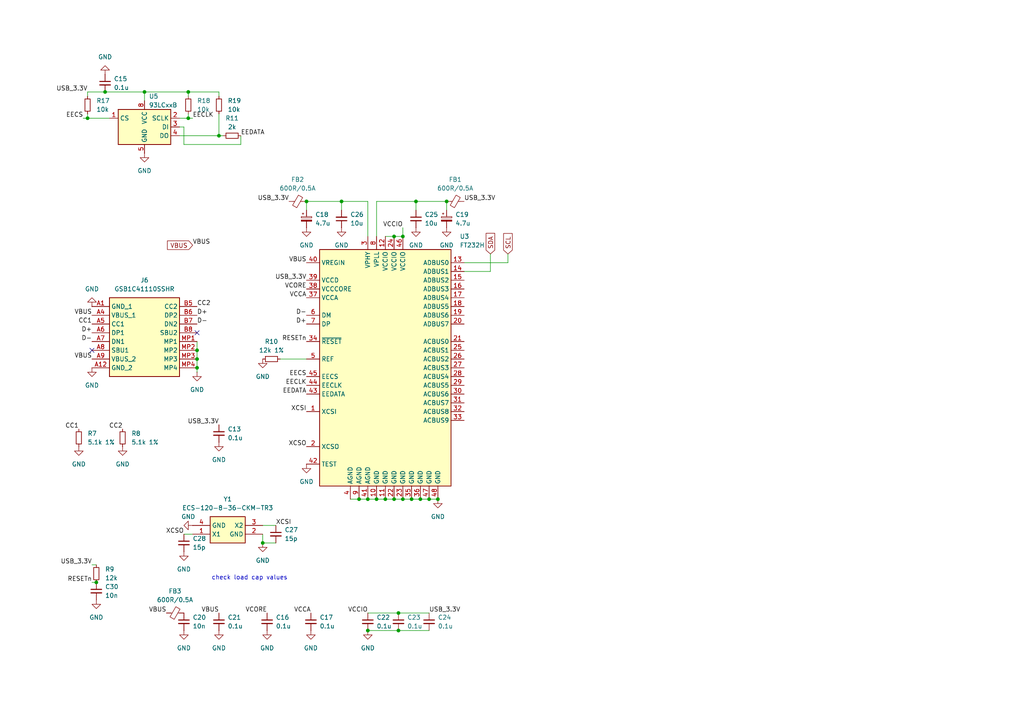
<source format=kicad_sch>
(kicad_sch (version 20231120) (generator "eeschema") (generator_version "8.0")
  (paper "A4")
  (lib_symbols
    (symbol "Device:C_Polarized_Small" (pin_numbers hide) (pin_names (offset 0.254) hide)
      (property "Reference" "C" (at 0.254 1.778 0))
      (property "Value" "C_Polarized_Small" (at 0.254 -2.032 0))
      (symbol "C_Polarized_Small_0_1"
        (rectangle (start -1.524 -0.3048) (end 1.524 -0.6858) (fill (type outline)))
        (rectangle (start -1.524 0.6858) (end 1.524 0.3048))
        (polyline (pts (xy -1.27 1.524) (xy -0.762 1.524)))
        (polyline (pts (xy -1.016 1.27) (xy -1.016 1.778)))
      )
      (symbol "C_Polarized_Small_1_1"
        (pin passive line (at 0 2.54 270) (length 1.8542) (name "~") (number "1"))
        (pin passive line (at 0 -2.54 90) (length 1.8542) (name "~") (number "2"))
      )
    )
    (symbol "Device:C_Small" (pin_numbers hide) (pin_names (offset 0.254) hide)
      (property "Reference" "C" (at 0.254 1.778 0))
      (property "Value" "C_Small" (at 0.254 -2.032 0))
      (symbol "C_Small_0_1"
        (polyline (pts (xy -1.524 -0.508) (xy 1.524 -0.508)) (stroke (width 0.3302)))
        (polyline (pts (xy -1.524 0.508) (xy 1.524 0.508)) (stroke (width 0.3048)))
      )
      (symbol "C_Small_1_1"
        (pin passive line (at 0 2.54 270) (length 2.032) (name "~") (number "1"))
        (pin passive line (at 0 -2.54 90) (length 2.032) (name "~") (number "2"))
      )
    )
    (symbol "Device:FerriteBead_Small" (pin_numbers hide) (pin_names (offset 0))
      (property "Reference" "FB" (at 1.905 1.27 0))
      (property "Value" "FerriteBead_Small" (at 1.905 -1.27 0))
      (symbol "FerriteBead_Small_0_1"
        (polyline (pts (xy 0 -1.27) (xy 0 -0.7874)))
        (polyline (pts (xy 0 0.889) (xy 0 1.2954)))
        (polyline (pts (xy -1.8288 0.2794) (xy -1.1176 1.4986) (xy 1.8288 -0.2032) (xy 1.1176 -1.4224) (xy -1.8288 0.2794)))
      )
      (symbol "FerriteBead_Small_1_1"
        (pin passive line (at 0 2.54 270) (length 1.27) (name "~") (number "1"))
        (pin passive line (at 0 -2.54 90) (length 1.27) (name "~") (number "2"))
      )
    )
    (symbol "Device:R_Small" (pin_numbers hide) (pin_names (offset 0.254) hide)
      (property "Reference" "R" (at 0.762 0.508 0))
      (property "Value" "R_Small" (at 0.762 -1.016 0))
      (symbol "R_Small_0_1"
        (rectangle (start -0.762 1.778) (end 0.762 -1.778) (stroke (width 0.2032)))
      )
      (symbol "R_Small_1_1"
        (pin passive line (at 0 2.54 270) (length 0.762) (name "~") (number "1"))
        (pin passive line (at 0 -2.54 90) (length 0.762) (name "~") (number "2"))
      )
    )
    (symbol "Interface_USB:FT232H"
      (property "Reference" "U" (at -19.05 35.56 0))
      (property "Value" "FT232H" (at 12.7 35.56 0))
      (symbol "FT232H_0_1"
        (rectangle (start -19.05 34.29) (end 19.05 -34.29) (stroke (width 0.254)) (fill (type background)))
      )
      (symbol "FT232H_1_1"
        (pin input line (at -22.86 -12.7 0) (length 3.81) (name "XCSI") (number "1"))
        (pin power_in line (at -2.54 -38.1 90) (length 3.81) (name "GND") (number "10"))
        (pin power_in line (at 0 -38.1 90) (length 3.81) (name "GND") (number "11"))
        (pin power_in line (at 0 38.1 270) (length 3.81) (name "VCCIO") (number "12"))
        (pin bidirectional line (at 22.86 30.48 180) (length 3.81) (name "ADBUS0") (number "13"))
        (pin bidirectional line (at 22.86 27.94 180) (length 3.81) (name "ADBUS1") (number "14"))
        (pin bidirectional line (at 22.86 25.4 180) (length 3.81) (name "ADBUS2") (number "15"))
        (pin bidirectional line (at 22.86 22.86 180) (length 3.81) (name "ADBUS3") (number "16"))
        (pin bidirectional line (at 22.86 20.32 180) (length 3.81) (name "ADBUS4") (number "17"))
        (pin bidirectional line (at 22.86 17.78 180) (length 3.81) (name "ADBUS5") (number "18"))
        (pin bidirectional line (at 22.86 15.24 180) (length 3.81) (name "ADBUS6") (number "19"))
        (pin output line (at -22.86 -22.86 0) (length 3.81) (name "XCSO") (number "2"))
        (pin bidirectional line (at 22.86 12.7 180) (length 3.81) (name "ADBUS7") (number "20"))
        (pin bidirectional line (at 22.86 7.62 180) (length 3.81) (name "ACBUS0") (number "21"))
        (pin power_in line (at 2.54 -38.1 90) (length 3.81) (name "GND") (number "22"))
        (pin power_in line (at 5.08 -38.1 90) (length 3.81) (name "GND") (number "23"))
        (pin power_in line (at 2.54 38.1 270) (length 3.81) (name "VCCIO") (number "24"))
        (pin bidirectional line (at 22.86 5.08 180) (length 3.81) (name "ACBUS1") (number "25"))
        (pin bidirectional line (at 22.86 2.54 180) (length 3.81) (name "ACBUS2") (number "26"))
        (pin bidirectional line (at 22.86 0 180) (length 3.81) (name "ACBUS3") (number "27"))
        (pin bidirectional line (at 22.86 -2.54 180) (length 3.81) (name "ACBUS4") (number "28"))
        (pin bidirectional line (at 22.86 -5.08 180) (length 3.81) (name "ACBUS5") (number "29"))
        (pin power_in line (at -5.08 38.1 270) (length 3.81) (name "VPHY") (number "3"))
        (pin bidirectional line (at 22.86 -7.62 180) (length 3.81) (name "ACBUS6") (number "30"))
        (pin bidirectional line (at 22.86 -10.16 180) (length 3.81) (name "ACBUS7") (number "31"))
        (pin bidirectional line (at 22.86 -12.7 180) (length 3.81) (name "ACBUS8") (number "32"))
        (pin bidirectional line (at 22.86 -15.24 180) (length 3.81) (name "ACBUS9") (number "33"))
        (pin input line (at -22.86 7.62 0) (length 3.81) (name "~{RESET}") (number "34"))
        (pin power_in line (at 7.62 -38.1 90) (length 3.81) (name "GND") (number "35"))
        (pin power_in line (at 10.16 -38.1 90) (length 3.81) (name "GND") (number "36"))
        (pin power_out line (at -22.86 20.32 0) (length 3.81) (name "VCCA") (number "37"))
        (pin power_out line (at -22.86 22.86 0) (length 3.81) (name "VCCCORE") (number "38"))
        (pin power_in line (at -22.86 25.4 0) (length 3.81) (name "VCCD") (number "39"))
        (pin power_in line (at -10.16 -38.1 90) (length 3.81) (name "AGND") (number "4"))
        (pin power_in line (at -22.86 30.48 0) (length 3.81) (name "VREGIN") (number "40"))
        (pin power_in line (at -5.08 -38.1 90) (length 3.81) (name "AGND") (number "41"))
        (pin input line (at -22.86 -27.94 0) (length 3.81) (name "TEST") (number "42"))
        (pin bidirectional line (at -22.86 -7.62 0) (length 3.81) (name "EEDATA") (number "43"))
        (pin input line (at -22.86 -5.08 0) (length 3.81) (name "EECLK") (number "44"))
        (pin input line (at -22.86 -2.54 0) (length 3.81) (name "EECS") (number "45"))
        (pin power_in line (at 5.08 38.1 270) (length 3.81) (name "VCCIO") (number "46"))
        (pin power_in line (at 12.7 -38.1 90) (length 3.81) (name "GND") (number "47"))
        (pin power_in line (at 15.24 -38.1 90) (length 3.81) (name "GND") (number "48"))
        (pin input line (at -22.86 2.54 0) (length 3.81) (name "REF") (number "5"))
        (pin bidirectional line (at -22.86 15.24 0) (length 3.81) (name "DM") (number "6"))
        (pin bidirectional line (at -22.86 12.7 0) (length 3.81) (name "DP") (number "7"))
        (pin power_in line (at -2.54 38.1 270) (length 3.81) (name "VPLL") (number "8"))
        (pin power_in line (at -7.62 -38.1 90) (length 3.81) (name "AGND") (number "9"))
      )
    )
    (symbol "Memory_EEPROM:93LCxxB"
      (property "Reference" "U" (at -7.62 6.35 0))
      (property "Value" "93LCxxB" (at 2.54 -6.35 0))
      (symbol "93LCxxB_1_1"
        (rectangle (start -7.62 5.08) (end 7.62 -5.08) (stroke (width 0.254)) (fill (type background)))
        (pin input line (at -10.16 2.54 0) (length 2.54) (name "CS") (number "1"))
        (pin input line (at 10.16 2.54 180) (length 2.54) (name "SCLK") (number "2"))
        (pin input line (at 10.16 0 180) (length 2.54) (name "DI") (number "3"))
        (pin tri_state line (at 10.16 -2.54 180) (length 2.54) (name "DO") (number "4"))
        (pin power_in line (at 0 -7.62 90) (length 2.54) (name "GND") (number "5"))
        (pin no_connect line (at -7.62 0 0) (length 2.54) hide (name "NC") (number "6"))
        (pin no_connect line (at -7.62 -2.54 0) (length 2.54) hide (name "NC") (number "7"))
        (pin power_in line (at 0 7.62 270) (length 2.54) (name "VCC") (number "8"))
      )
    )
    (symbol "power:GND" (power) (pin_numbers hide) (pin_names (offset 0) hide)
      (property "Value" "GND" (at 0 -3.81 0))
      (symbol "GND_0_1"
        (polyline (pts (xy 0 0) (xy 0 -1.27) (xy 1.27 -1.27) (xy 0 -2.54) (xy -1.27 -1.27) (xy 0 -1.27)))
      )
      (symbol "GND_1_1"
        (pin power_in line (at 0 0 270) (length 0) (name "~") (number "1"))
      )
    )
    (symbol "tayloe:ECS-120-8-36-CKM-TR3"
      (property "Reference" "Y" (at 16.002 7.62 0))
      (property "Value" "ECS-120-8-36-CKM-TR3" (at 16.002 5.08 0))
      (symbol "ECS-120-8-36-CKM-TR3_1_1"
        (rectangle (start 5.08 2.54) (end 15.24 -5.08) (stroke (width 0.254)) (fill (type background)))
        (pin passive line (at 0 -2.54 0) (length 5.08) (name "X1") (number "1"))
        (pin passive line (at 20.32 -2.54 180) (length 5.08) (name "GND") (number "2"))
        (pin passive line (at 20.32 0 180) (length 5.08) (name "X2") (number "3"))
        (pin passive line (at 0 0 0) (length 5.08) (name "GND") (number "4"))
      )
    )
    (symbol "tayloe:GSB1C41110SSHR"
      (property "Reference" "J" (at 26.67 7.62 0))
      (property "Value" "GSB1C41110SSHR" (at 26.67 5.08 0))
      (symbol "GSB1C41110SSHR_1_1"
        (rectangle (start 5.08 2.54) (end 25.4 -20.32) (stroke (width 0.254)) (fill (type background)))
        (pin passive line (at 0 0 0) (length 5.08) (name "GND_1") (number "A1"))
        (pin passive line (at 0 -17.78 0) (length 5.08) (name "GND_2") (number "A12"))
        (pin passive line (at 0 -2.54 0) (length 5.08) (name "VBUS_1") (number "A4"))
        (pin passive line (at 0 -5.08 0) (length 5.08) (name "CC1") (number "A5"))
        (pin passive line (at 0 -7.62 0) (length 5.08) (name "DP1") (number "A6"))
        (pin passive line (at 0 -10.16 0) (length 5.08) (name "DN1") (number "A7"))
        (pin passive line (at 0 -12.7 0) (length 5.08) (name "SBU1") (number "A8"))
        (pin passive line (at 0 -15.24 0) (length 5.08) (name "VBUS_2") (number "A9"))
        (pin passive line (at 30.48 0 180) (length 5.08) (name "CC2") (number "B5"))
        (pin passive line (at 30.48 -2.54 180) (length 5.08) (name "DP2") (number "B6"))
        (pin passive line (at 30.48 -5.08 180) (length 5.08) (name "DN2") (number "B7"))
        (pin passive line (at 30.48 -7.62 180) (length 5.08) (name "SBU2") (number "B8"))
        (pin passive line (at 30.48 -10.16 180) (length 5.08) (name "MP1") (number "MP1"))
        (pin passive line (at 30.48 -12.7 180) (length 5.08) (name "MP2") (number "MP2"))
        (pin passive line (at 30.48 -15.24 180) (length 5.08) (name "MP3") (number "MP3"))
        (pin passive line (at 30.48 -17.78 180) (length 5.08) (name "MP4") (number "MP4"))
      )
    )
  )
  (junction (at 104.14 144.78))
  (junction (at 30.48 26.67))
  (junction (at 63.5 39.37))
  (junction (at 111.76 144.78))
  (junction (at 57.15 106.68))
  (junction (at 115.57 177.8))
  (junction (at 124.46 144.78))
  (junction (at 106.68 182.88))
  (junction (at 116.84 68.58))
  (junction (at 76.2 157.48))
  (junction (at 88.9 58.42))
  (junction (at 115.57 182.88))
  (junction (at 120.65 58.42))
  (junction (at 99.06 58.42))
  (junction (at 25.4 34.29))
  (junction (at 54.61 34.29))
  (junction (at 121.92 144.78))
  (junction (at 127 144.78))
  (junction (at 114.3 144.78))
  (junction (at 106.68 144.78))
  (junction (at 114.3 68.58))
  (junction (at 119.38 144.78))
  (junction (at 109.22 144.78))
  (junction (at 54.61 26.67))
  (junction (at 129.54 58.42))
  (junction (at 41.91 26.67))
  (junction (at 116.84 144.78))
  (junction (at 57.15 101.6))
  (junction (at 27.94 168.91))
  (junction (at 57.15 104.14))
  (no_connect (at 26.67 101.6))
  (no_connect (at 57.15 96.52))
  (wire (pts (xy 119.38 144.78) (xy 121.92 144.78)))
  (wire (pts (xy 106.68 58.42) (xy 99.06 58.42)))
  (wire (pts (xy 53.34 154.94) (xy 55.88 154.94)))
  (wire (pts (xy 63.5 33.02) (xy 63.5 39.37)))
  (wire (pts (xy 54.61 33.02) (xy 54.61 34.29)))
  (wire (pts (xy 81.28 104.14) (xy 88.9 104.14)))
  (wire (pts (xy 99.06 60.96) (xy 99.06 58.42)))
  (wire (pts (xy 129.54 60.96) (xy 129.54 58.42)))
  (wire (pts (xy 111.76 144.78) (xy 114.3 144.78)))
  (wire (pts (xy 76.2 157.48) (xy 76.2 154.94)))
  (wire (pts (xy 41.91 26.67) (xy 41.91 29.21)))
  (wire (pts (xy 88.9 60.96) (xy 88.9 58.42)))
  (wire (pts (xy 25.4 26.67) (xy 25.4 27.94)))
  (wire (pts (xy 53.34 41.91) (xy 69.85 41.91)))
  (wire (pts (xy 54.61 26.67) (xy 41.91 26.67)))
  (wire (pts (xy 109.22 144.78) (xy 111.76 144.78)))
  (wire (pts (xy 147.32 73.66) (xy 147.32 76.2)))
  (wire (pts (xy 120.65 58.42) (xy 120.65 60.96)))
  (wire (pts (xy 111.76 68.58) (xy 114.3 68.58)))
  (wire (pts (xy 142.24 73.66) (xy 142.24 78.74)))
  (wire (pts (xy 109.22 58.42) (xy 109.22 68.58)))
  (wire (pts (xy 88.9 58.42) (xy 99.06 58.42)))
  (wire (pts (xy 106.68 144.78) (xy 109.22 144.78)))
  (wire (pts (xy 121.92 144.78) (xy 124.46 144.78)))
  (wire (pts (xy 25.4 33.02) (xy 25.4 34.29)))
  (wire (pts (xy 114.3 144.78) (xy 116.84 144.78)))
  (wire (pts (xy 134.62 76.2) (xy 147.32 76.2)))
  (wire (pts (xy 57.15 101.6) (xy 57.15 104.14)))
  (wire (pts (xy 25.4 34.29) (xy 31.75 34.29)))
  (wire (pts (xy 76.2 157.48) (xy 80.01 157.48)))
  (wire (pts (xy 26.67 163.83) (xy 27.94 163.83)))
  (wire (pts (xy 57.15 104.14) (xy 57.15 106.68)))
  (wire (pts (xy 57.15 106.68) (xy 57.15 107.95)))
  (wire (pts (xy 109.22 58.42) (xy 120.65 58.42)))
  (wire (pts (xy 30.48 26.67) (xy 41.91 26.67)))
  (wire (pts (xy 54.61 27.94) (xy 54.61 26.67)))
  (wire (pts (xy 57.15 99.06) (xy 57.15 101.6)))
  (wire (pts (xy 53.34 36.83) (xy 53.34 41.91)))
  (wire (pts (xy 69.85 41.91) (xy 69.85 39.37)))
  (wire (pts (xy 52.07 36.83) (xy 53.34 36.83)))
  (wire (pts (xy 63.5 26.67) (xy 54.61 26.67)))
  (wire (pts (xy 124.46 144.78) (xy 127 144.78)))
  (wire (pts (xy 114.3 68.58) (xy 116.84 68.58)))
  (wire (pts (xy 101.6 144.78) (xy 104.14 144.78)))
  (wire (pts (xy 134.62 78.74) (xy 142.24 78.74)))
  (wire (pts (xy 63.5 39.37) (xy 64.77 39.37)))
  (wire (pts (xy 115.57 177.8) (xy 124.46 177.8)))
  (wire (pts (xy 52.07 34.29) (xy 54.61 34.29)))
  (wire (pts (xy 106.68 182.88) (xy 115.57 182.88)))
  (wire (pts (xy 63.5 39.37) (xy 52.07 39.37)))
  (wire (pts (xy 26.67 168.91) (xy 27.94 168.91)))
  (wire (pts (xy 106.68 68.58) (xy 106.68 58.42)))
  (wire (pts (xy 24.13 34.29) (xy 25.4 34.29)))
  (wire (pts (xy 104.14 144.78) (xy 106.68 144.78)))
  (wire (pts (xy 63.5 27.94) (xy 63.5 26.67)))
  (wire (pts (xy 54.61 34.29) (xy 55.88 34.29)))
  (wire (pts (xy 120.65 58.42) (xy 129.54 58.42)))
  (wire (pts (xy 115.57 182.88) (xy 124.46 182.88)))
  (wire (pts (xy 80.01 152.4) (xy 76.2 152.4)))
  (wire (pts (xy 116.84 66.04) (xy 116.84 68.58)))
  (wire (pts (xy 25.4 26.67) (xy 30.48 26.67)))
  (wire (pts (xy 106.68 177.8) (xy 115.57 177.8)))
  (wire (pts (xy 116.84 144.78) (xy 119.38 144.78)))
  (text "check load cap values" (at 72.39 167.64 0) (effects (font (size 1.27 1.27))))
  (label "USB_3.3V" (at 26.67 163.83 180))
  (label "RESETn" (at 88.9 99.06 180))
  (label "VCCIO" (at 116.84 66.04 180))
  (label "EECLK" (at 88.9 111.76 180))
  (label "D-" (at 26.67 99.06 180))
  (label "EECS" (at 24.13 34.29 180))
  (label "USB_3.3V" (at 88.9 81.28 180))
  (label "VBUS" (at 26.67 91.44 180))
  (label "RESETn" (at 26.67 168.91 180))
  (label "VCORE" (at 77.47 177.8 180))
  (label "VCCA" (at 88.9 86.36 180))
  (label "D+" (at 26.67 96.52 180))
  (label "EEDATA" (at 88.9 114.3 180))
  (label "USB_3.3V" (at 124.46 177.8 0))
  (label "VBUS" (at 26.67 104.14 180))
  (label "D-" (at 88.9 91.44 180))
  (label "VCCA" (at 90.17 177.8 180))
  (label "USB_3.3V" (at 25.4 26.67 180))
  (label "EEDATA" (at 69.85 39.37 0))
  (label "CC1" (at 22.86 124.46 180))
  (label "XCSO" (at 53.34 154.94 180))
  (label "VCORE" (at 88.9 83.82 180))
  (label "VBUS" (at 48.26 177.8 180))
  (label "D+" (at 57.15 91.44 0))
  (label "XCSI" (at 80.01 152.4 0))
  (label "XCSO" (at 88.9 129.54 180))
  (label "USB_3.3V" (at 134.62 58.42 0))
  (label "CC1" (at 26.67 93.98 180))
  (label "EECS" (at 88.9 109.22 180))
  (label "D-" (at 57.15 93.98 0))
  (label "EECLK" (at 55.88 34.29 0))
  (label "CC2" (at 57.15 88.9 0))
  (label "VBUS" (at 88.9 76.2 180))
  (label "VBUS" (at 55.88 71.12 0))
  (label "CC2" (at 35.56 124.46 180))
  (label "D+" (at 88.9 93.98 180))
  (label "VCCIO" (at 106.68 177.8 180))
  (label "XCSI" (at 88.9 119.38 180))
  (label "USB_3.3V" (at 83.82 58.42 180))
  (label "VBUS" (at 63.5 177.8 180))
  (label "USB_3.3V" (at 63.5 123.19 180))
  (global_label "SDA" (shape input) (at 142.24 73.66 90) (property "Intersheetrefs" "${INTERSHEET_REFS}" (effects (hide yes))))
  (global_label "VBUS" (shape input) (at 55.88 71.12 180) (property "Intersheetrefs" "${INTERSHEET_REFS}" (effects (hide yes))))
  (global_label "SCL" (shape input) (at 147.32 73.66 90) (property "Intersheetrefs" "${INTERSHEET_REFS}" (effects (hide yes))))
  (symbol (lib_id "Device:C_Small") (at 63.5 180.34 0) (unit 1)
    (property "Reference" "C21" (at 66.04 179.0762 0) (effects (justify left)))
    (property "Value" "0.1u" (at 66.04 181.6162 0) (effects (justify left)))
    (property "Footprint" "Capacitor_SMD:C_0603_1608Metric" (effects (hide yes)))
    (property "Description" "Unpolarized capacitor, small symbol" (effects (hide yes)))
  )
  (symbol (lib_id "Device:R_Small") (at 67.31 39.37 270) (unit 1)
    (property "Reference" "R11" (at 67.31 34.29 90))
    (property "Value" "2k" (at 67.31 36.83 90))
    (property "Footprint" "Resistor_SMD:R_0603_1608Metric" (effects (hide yes)))
    (property "Description" "Resistor, small symbol" (effects (hide yes)))
  )
  (symbol (lib_id "Device:C_Polarized_Small") (at 88.9 63.5 0) (unit 1)
    (property "Reference" "C18" (at 91.44 62.23 0) (effects (justify left)))
    (property "Value" "4.7u" (at 91.44 64.77 0) (effects (justify left)))
    (property "Footprint" "Capacitor_SMD:CP_Elec_5x5.3" (effects (hide yes)))
    (property "Description" "Polarized capacitor, small symbol" (effects (hide yes)))
  )
  (symbol (lib_id "power:GND") (at 120.65 66.04 0) (unit 1)
    (property "Reference" "#PWR029" (effects (hide yes)))
    (property "Value" "GND" (at 120.65 71.12 0))
    (property "Description" "Power symbol creates a global label with name \"GND\" , ground" (effects (hide yes)))
  )
  (symbol (lib_id "power:GND") (at 26.67 106.68 0) (unit 1)
    (property "Reference" "#PWR015" (effects (hide yes)))
    (property "Value" "GND" (at 26.67 111.76 0))
    (property "Description" "Power symbol creates a global label with name \"GND\" , ground" (effects (hide yes)))
  )
  (symbol (lib_id "Device:C_Small") (at 77.47 180.34 0) (unit 1)
    (property "Reference" "C16" (at 80.01 179.0762 0) (effects (justify left)))
    (property "Value" "0.1u" (at 80.01 181.6162 0) (effects (justify left)))
    (property "Footprint" "Capacitor_SMD:C_0603_1608Metric" (effects (hide yes)))
    (property "Description" "Unpolarized capacitor, small symbol" (effects (hide yes)))
  )
  (symbol (lib_id "power:GND") (at 53.34 182.88 0) (unit 1)
    (property "Reference" "#PWR024" (effects (hide yes)))
    (property "Value" "GND" (at 53.34 187.96 0))
    (property "Description" "Power symbol creates a global label with name \"GND\" , ground" (effects (hide yes)))
  )
  (symbol (lib_id "Device:R_Small") (at 63.5 30.48 0) (unit 1)
    (property "Reference" "R19" (at 66.04 29.2099 0) (effects (justify left)))
    (property "Value" "10k" (at 66.04 31.7499 0) (effects (justify left)))
    (property "Footprint" "Resistor_SMD:R_0603_1608Metric" (effects (hide yes)))
    (property "Description" "Resistor, small symbol" (effects (hide yes)))
  )
  (symbol (lib_id "Device:FerriteBead_Small") (at 86.36 58.42 90) (unit 1)
    (property "Reference" "FB2" (at 86.3219 52.07 90))
    (property "Value" "600R/0.5A" (at 86.3219 54.61 90))
    (property "Footprint" "Inductor_SMD:L_0603_1608Metric" (effects (hide yes)))
    (property "Description" "Ferrite bead, small symbol" (effects (hide yes)))
    (property "Mouser Part" "81-BLM18HK601SN1D" (effects (hide yes)))
  )
  (symbol (lib_id "power:GND") (at 22.86 129.54 0) (unit 1)
    (property "Reference" "#PWR016" (effects (hide yes)))
    (property "Value" "GND" (at 22.86 134.62 0))
    (property "Description" "Power symbol creates a global label with name \"GND\" , ground" (effects (hide yes)))
  )
  (symbol (lib_id "power:GND") (at 41.91 44.45 0) (unit 1)
    (property "Reference" "#PWR030" (effects (hide yes)))
    (property "Value" "GND" (at 41.91 49.53 0))
    (property "Description" "Power symbol creates a global label with name \"GND\" , ground" (effects (hide yes)))
  )
  (symbol (lib_id "Device:R_Small") (at 54.61 30.48 0) (unit 1)
    (property "Reference" "R18" (at 57.15 29.2099 0) (effects (justify left)))
    (property "Value" "10k" (at 57.15 31.7499 0) (effects (justify left)))
    (property "Footprint" "Resistor_SMD:R_0603_1608Metric" (effects (hide yes)))
    (property "Description" "Resistor, small symbol" (effects (hide yes)))
  )
  (symbol (lib_id "Device:R_Small") (at 78.74 104.14 270) (unit 1)
    (property "Reference" "R10" (at 78.74 99.06 90))
    (property "Value" "12k 1%" (at 78.74 101.6 90))
    (property "Footprint" "Resistor_SMD:R_0603_1608Metric" (effects (hide yes)))
    (property "Description" "Resistor, small symbol" (effects (hide yes)))
  )
  (symbol (lib_id "Device:R_Small") (at 22.86 127 180) (unit 1)
    (property "Reference" "R7" (at 25.4 125.7299 0) (effects (justify right)))
    (property "Value" "5.1k 1%" (at 25.4 128.2699 0) (effects (justify right)))
    (property "Footprint" "Resistor_SMD:R_0603_1608Metric" (effects (hide yes)))
    (property "Description" "Resistor, small symbol" (effects (hide yes)))
  )
  (symbol (lib_id "Device:FerriteBead_Small") (at 50.8 177.8 90) (unit 1)
    (property "Reference" "FB3" (at 50.7619 171.45 90))
    (property "Value" "600R/0.5A" (at 50.7619 173.99 90))
    (property "Footprint" "Inductor_SMD:L_0603_1608Metric" (effects (hide yes)))
    (property "Description" "Ferrite bead, small symbol" (effects (hide yes)))
    (property "Mouser Part" "81-BLM18HK601SN1D" (effects (hide yes)))
  )
  (symbol (lib_id "Device:C_Small") (at 53.34 180.34 0) (unit 1)
    (property "Reference" "C20" (at 55.88 179.0762 0) (effects (justify left)))
    (property "Value" "10n" (at 55.88 181.6162 0) (effects (justify left)))
    (property "Footprint" "Capacitor_SMD:C_0603_1608Metric" (effects (hide yes)))
    (property "Description" "Unpolarized capacitor, small symbol" (effects (hide yes)))
  )
  (symbol (lib_id "power:GND") (at 129.54 66.04 0) (unit 1)
    (property "Reference" "#PWR023" (effects (hide yes)))
    (property "Value" "GND" (at 129.54 71.12 0))
    (property "Description" "Power symbol creates a global label with name \"GND\" , ground" (effects (hide yes)))
  )
  (symbol (lib_id "power:GND") (at 76.2 104.14 0) (unit 1)
    (property "Reference" "#PWR019" (effects (hide yes)))
    (property "Value" "GND" (at 76.2 109.22 0))
    (property "Description" "Power symbol creates a global label with name \"GND\" , ground" (effects (hide yes)))
  )
  (symbol (lib_id "power:GND") (at 106.68 182.88 0) (unit 1)
    (property "Reference" "#PWR027" (effects (hide yes)))
    (property "Value" "GND" (at 106.68 187.96 0))
    (property "Description" "Power symbol creates a global label with name \"GND\" , ground" (effects (hide yes)))
  )
  (symbol (lib_id "Device:C_Small") (at 99.06 63.5 180) (unit 1)
    (property "Reference" "C26" (at 101.6 62.2235 0) (effects (justify right)))
    (property "Value" "10u" (at 101.6 64.7635 0) (effects (justify right)))
    (property "Footprint" "Capacitor_SMD:C_0603_1608Metric" (effects (hide yes)))
    (property "Description" "Unpolarized capacitor, small symbol" (effects (hide yes)))
  )
  (symbol (lib_id "power:GND") (at 76.2 157.48 0) (unit 1)
    (property "Reference" "#PWR031" (effects (hide yes)))
    (property "Value" "GND" (at 76.2 162.56 0))
    (property "Description" "Power symbol creates a global label with name \"GND\" , ground" (effects (hide yes)))
  )
  (symbol (lib_id "Memory_EEPROM:93LCxxB") (at 41.91 36.83 0) (unit 1)
    (property "Reference" "U5" (at 43.18 27.94 0) (effects (justify left)))
    (property "Value" "93LCxxB" (at 43.18 30.48 0) (effects (justify left)))
    (property "Footprint" "Package_SO:SOIC-8_3.9x4.9mm_P1.27mm" (effects (hide yes)))
    (property "Datasheet" "http://ww1.microchip.com/downloads/en/DeviceDoc/20001749K.pdf" (effects (hide yes)))
    (property "Description" "Serial EEPROM, 93 Series, 2.5V, DIP-8/SOIC-8" (effects (hide yes)))
  )
  (symbol (lib_id "power:GND") (at 77.47 182.88 0) (unit 1)
    (property "Reference" "#PWR020" (effects (hide yes)))
    (property "Value" "GND" (at 77.47 187.96 0))
    (property "Description" "Power symbol creates a global label with name \"GND\" , ground" (effects (hide yes)))
  )
  (symbol (lib_id "Device:C_Small") (at 124.46 180.34 0) (unit 1)
    (property "Reference" "C24" (at 127 179.0762 0) (effects (justify left)))
    (property "Value" "0.1u" (at 127 181.6162 0) (effects (justify left)))
    (property "Footprint" "Capacitor_SMD:C_0603_1608Metric" (effects (hide yes)))
    (property "Description" "Unpolarized capacitor, small symbol" (effects (hide yes)))
  )
  (symbol (lib_id "power:GND") (at 55.88 152.4 270) (unit 1)
    (property "Reference" "#PWR032" (effects (hide yes)))
    (property "Value" "GND" (at 54.61 149.86 90))
    (property "Description" "Power symbol creates a global label with name \"GND\" , ground" (effects (hide yes)))
  )
  (symbol (lib_id "Device:C_Small") (at 53.34 157.48 0) (unit 1)
    (property "Reference" "C28" (at 55.88 156.2162 0) (effects (justify left)))
    (property "Value" "15p" (at 55.88 158.7562 0) (effects (justify left)))
    (property "Footprint" "Capacitor_SMD:C_0603_1608Metric" (effects (hide yes)))
    (property "Description" "Unpolarized capacitor, small symbol" (effects (hide yes)))
  )
  (symbol (lib_id "Device:C_Small") (at 80.01 154.94 0) (unit 1)
    (property "Reference" "C27" (at 82.55 153.6762 0) (effects (justify left)))
    (property "Value" "15p" (at 82.55 156.2162 0) (effects (justify left)))
    (property "Footprint" "Capacitor_SMD:C_0603_1608Metric" (effects (hide yes)))
    (property "Description" "Unpolarized capacitor, small symbol" (effects (hide yes)))
  )
  (symbol (lib_id "power:GND") (at 27.94 173.99 0) (unit 1)
    (property "Reference" "#PWR036" (effects (hide yes)))
    (property "Value" "GND" (at 27.94 179.07 0))
    (property "Description" "Power symbol creates a global label with name \"GND\" , ground" (effects (hide yes)))
  )
  (symbol (lib_id "power:GND") (at 63.5 182.88 0) (unit 1)
    (property "Reference" "#PWR049" (effects (hide yes)))
    (property "Value" "GND" (at 63.5 187.96 0))
    (property "Description" "Power symbol creates a global label with name \"GND\" , ground" (effects (hide yes)))
  )
  (symbol (lib_id "power:GND") (at 88.9 66.04 0) (unit 1)
    (property "Reference" "#PWR022" (effects (hide yes)))
    (property "Value" "GND" (at 88.9 71.12 0))
    (property "Description" "Power symbol creates a global label with name \"GND\" , ground" (effects (hide yes)))
  )
  (symbol (lib_id "power:GND") (at 88.9 134.62 0) (unit 1)
    (property "Reference" "#PWR025" (effects (hide yes)))
    (property "Value" "GND" (at 88.9 139.7 0))
    (property "Description" "Power symbol creates a global label with name \"GND\" , ground" (effects (hide yes)))
  )
  (symbol (lib_id "power:GND") (at 30.48 21.59 180) (unit 1)
    (property "Reference" "#PWR034" (effects (hide yes)))
    (property "Value" "GND" (at 30.48 16.51 0))
    (property "Description" "Power symbol creates a global label with name \"GND\" , ground" (effects (hide yes)))
  )
  (symbol (lib_id "Device:C_Small") (at 63.5 125.73 0) (unit 1)
    (property "Reference" "C13" (at 66.04 124.4662 0) (effects (justify left)))
    (property "Value" "0.1u" (at 66.04 127.0062 0) (effects (justify left)))
    (property "Footprint" "Capacitor_SMD:C_0603_1608Metric" (effects (hide yes)))
    (property "Description" "Unpolarized capacitor, small symbol" (effects (hide yes)))
  )
  (symbol (lib_id "power:GND") (at 63.5 128.27 0) (unit 1)
    (property "Reference" "#PWR018" (effects (hide yes)))
    (property "Value" "GND" (at 63.5 133.35 0))
    (property "Description" "Power symbol creates a global label with name \"GND\" , ground" (effects (hide yes)))
  )
  (symbol (lib_id "Device:FerriteBead_Small") (at 132.08 58.42 90) (unit 1)
    (property "Reference" "FB1" (at 132.0419 52.07 90))
    (property "Value" "600R/0.5A" (at 132.0419 54.61 90))
    (property "Footprint" "Inductor_SMD:L_0603_1608Metric" (effects (hide yes)))
    (property "Description" "Ferrite bead, small symbol" (effects (hide yes)))
    (property "Mouser Part" "81-BLM18HK601SN1D" (effects (hide yes)))
  )
  (symbol (lib_id "Interface_USB:FT232H") (at 111.76 106.68 0) (unit 1)
    (property "Reference" "U3" (at 133.35 68.58 0) (effects (justify left)))
    (property "Value" "FT232H" (at 133.35 71.12 0) (effects (justify left)))
    (property "Footprint" "Package_QFP:LQFP-48_7x7mm_P0.5mm" (effects (hide yes)))
    (property "Datasheet" "https://www.ftdichip.com/Support/Documents/DataSheets/ICs/DS_FT232H.pdf" (effects (hide yes)))
    (property "Description" "Hi Speed Single Channel USB UART/FIFO, LQFP/QFN-48" (effects (hide yes)))
  )
  (symbol (lib_id "tayloe:GSB1C41110SSHR") (at 26.67 88.9 0) (unit 1)
    (property "Reference" "J6" (at 41.91 81.28 0))
    (property "Value" "GSB1C41110SSHR" (at 41.91 83.82 0))
    (property "Footprint" "tayloe:GSB1C41110SSHR" (effects (hide yes)))
    (property "Datasheet" "https://cdn.amphenol-cs.com/media/wysiwyg/files/drawing/gsb1c41x10sshr-ax1.pdf" (effects (hide yes)))
    (property "Description" "USB2.0, Type C, Top mount, Center Height 1.63mm, Single Row Surface Mount" (effects (hide yes)))
    (property "Height" "3.41" (effects (hide yes)))
    (property "Manufacturer_Name" "Amphenol Communications Solutions" (effects (hide yes)))
    (property "Manufacturer_Part_Number" "GSB1C41110SSHR" (effects (hide yes)))
  )
  (symbol (lib_id "Device:C_Small") (at 106.68 180.34 0) (unit 1)
    (property "Reference" "C22" (at 109.22 179.0762 0) (effects (justify left)))
    (property "Value" "0.1u" (at 109.22 181.6162 0) (effects (justify left)))
    (property "Footprint" "Capacitor_SMD:C_0603_1608Metric" (effects (hide yes)))
    (property "Description" "Unpolarized capacitor, small symbol" (effects (hide yes)))
  )
  (symbol (lib_id "Device:R_Small") (at 27.94 166.37 180) (unit 1)
    (property "Reference" "R9" (at 30.48 165.0999 0) (effects (justify right)))
    (property "Value" "12k" (at 30.48 167.6399 0) (effects (justify right)))
    (property "Footprint" "Resistor_SMD:R_0603_1608Metric" (effects (hide yes)))
    (property "Description" "Resistor, small symbol" (effects (hide yes)))
  )
  (symbol (lib_id "power:GND") (at 127 144.78 0) (unit 1)
    (property "Reference" "#PWR026" (effects (hide yes)))
    (property "Value" "GND" (at 127 149.86 0))
    (property "Description" "Power symbol creates a global label with name \"GND\" , ground" (effects (hide yes)))
  )
  (symbol (lib_id "Device:R_Small") (at 35.56 127 180) (unit 1)
    (property "Reference" "R8" (at 38.1 125.7299 0) (effects (justify right)))
    (property "Value" "5.1k 1%" (at 38.1 128.2699 0) (effects (justify right)))
    (property "Footprint" "Resistor_SMD:R_0603_1608Metric" (effects (hide yes)))
    (property "Description" "Resistor, small symbol" (effects (hide yes)))
  )
  (symbol (lib_id "Device:C_Small") (at 90.17 180.34 0) (unit 1)
    (property "Reference" "C17" (at 92.71 179.0762 0) (effects (justify left)))
    (property "Value" "0.1u" (at 92.71 181.6162 0) (effects (justify left)))
    (property "Footprint" "Capacitor_SMD:C_0603_1608Metric" (effects (hide yes)))
    (property "Description" "Unpolarized capacitor, small symbol" (effects (hide yes)))
  )
  (symbol (lib_id "tayloe:ECS-120-8-36-CKM-TR3") (at 55.88 152.4 0) (unit 1)
    (property "Reference" "Y1" (at 66.04 144.78 0))
    (property "Value" "ECS-120-8-36-CKM-TR3" (at 66.04 147.32 0))
    (property "Footprint" "tayloe:ECS120836CKMTR3" (effects (hide yes)))
    (property "Datasheet" "https://www.mouser.com/datasheet/2/122/ECX_2236-2497269.pdf" (effects (hide yes)))
    (property "Description" "Crystals 12MHz,CL 8,TOL +/-10 ppm,STAB +/-10 ppm,-20 - +70C,ESR 150ohm" (effects (hide yes)))
    (property "Mouser Part" "520-120-8-36-CKM-TR3" (effects (hide yes)))
  )
  (symbol (lib_id "power:GND") (at 99.06 66.04 0) (unit 1)
    (property "Reference" "#PWR028" (effects (hide yes)))
    (property "Value" "GND" (at 99.06 71.12 0))
    (property "Description" "Power symbol creates a global label with name \"GND\" , ground" (effects (hide yes)))
  )
  (symbol (lib_id "Device:C_Small") (at 30.48 24.13 0) (unit 1)
    (property "Reference" "C15" (at 33.02 22.8662 0) (effects (justify left)))
    (property "Value" "0.1u" (at 33.02 25.4062 0) (effects (justify left)))
    (property "Footprint" "Capacitor_SMD:C_0603_1608Metric" (effects (hide yes)))
    (property "Description" "Unpolarized capacitor, small symbol" (effects (hide yes)))
  )
  (symbol (lib_id "Device:R_Small") (at 25.4 30.48 0) (unit 1)
    (property "Reference" "R17" (at 27.94 29.2099 0) (effects (justify left)))
    (property "Value" "10k" (at 27.94 31.7499 0) (effects (justify left)))
    (property "Footprint" "Resistor_SMD:R_0603_1608Metric" (effects (hide yes)))
    (property "Description" "Resistor, small symbol" (effects (hide yes)))
  )
  (symbol (lib_id "Device:C_Small") (at 27.94 171.45 0) (unit 1)
    (property "Reference" "C30" (at 30.48 170.1862 0) (effects (justify left)))
    (property "Value" "10n" (at 30.48 172.7262 0) (effects (justify left)))
    (property "Footprint" "Capacitor_SMD:C_0603_1608Metric" (effects (hide yes)))
    (property "Description" "Unpolarized capacitor, small symbol" (effects (hide yes)))
  )
  (symbol (lib_id "Device:C_Polarized_Small") (at 129.54 63.5 0) (unit 1)
    (property "Reference" "C19" (at 132.08 62.23 0) (effects (justify left)))
    (property "Value" "4.7u" (at 132.08 64.77 0) (effects (justify left)))
    (property "Footprint" "Capacitor_SMD:CP_Elec_5x5.3" (effects (hide yes)))
    (property "Description" "Polarized capacitor, small symbol" (effects (hide yes)))
  )
  (symbol (lib_id "power:GND") (at 53.34 160.02 0) (unit 1)
    (property "Reference" "#PWR033" (effects (hide yes)))
    (property "Value" "GND" (at 53.34 165.1 0))
    (property "Description" "Power symbol creates a global label with name \"GND\" , ground" (effects (hide yes)))
  )
  (symbol (lib_id "power:GND") (at 90.17 182.88 0) (unit 1)
    (property "Reference" "#PWR021" (effects (hide yes)))
    (property "Value" "GND" (at 90.17 187.96 0))
    (property "Description" "Power symbol creates a global label with name \"GND\" , ground" (effects (hide yes)))
  )
  (symbol (lib_id "power:GND") (at 57.15 107.95 0) (unit 1)
    (property "Reference" "#PWR040" (effects (hide yes)))
    (property "Value" "GND" (at 57.15 113.03 0))
    (property "Description" "Power symbol creates a global label with name \"GND\" , ground" (effects (hide yes)))
  )
  (symbol (lib_id "Device:C_Small") (at 120.65 63.5 0) (unit 1)
    (property "Reference" "C25" (at 123.19 62.2362 0) (effects (justify left)))
    (property "Value" "10u" (at 123.19 64.7762 0) (effects (justify left)))
    (property "Footprint" "Capacitor_SMD:C_0603_1608Metric" (effects (hide yes)))
    (property "Description" "Unpolarized capacitor, small symbol" (effects (hide yes)))
  )
  (symbol (lib_id "power:GND") (at 35.56 129.54 0) (unit 1)
    (property "Reference" "#PWR017" (effects (hide yes)))
    (property "Value" "GND" (at 35.56 134.62 0))
    (property "Description" "Power symbol creates a global label with name \"GND\" , ground" (effects (hide yes)))
  )
  (symbol (lib_id "power:GND") (at 26.67 88.9 180) (unit 1)
    (property "Reference" "#PWR047" (effects (hide yes)))
    (property "Value" "GND" (at 26.67 83.82 0))
    (property "Description" "Power symbol creates a global label with name \"GND\" , ground" (effects (hide yes)))
  )
  (symbol (lib_id "Device:C_Small") (at 115.57 180.34 0) (unit 1)
    (property "Reference" "C23" (at 118.11 179.0762 0) (effects (justify left)))
    (property "Value" "0.1u" (at 118.11 181.6162 0) (effects (justify left)))
    (property "Footprint" "Capacitor_SMD:C_0603_1608Metric" (effects (hide yes)))
    (property "Description" "Unpolarized capacitor, small symbol" (effects (hide yes)))
  )
)
</source>
